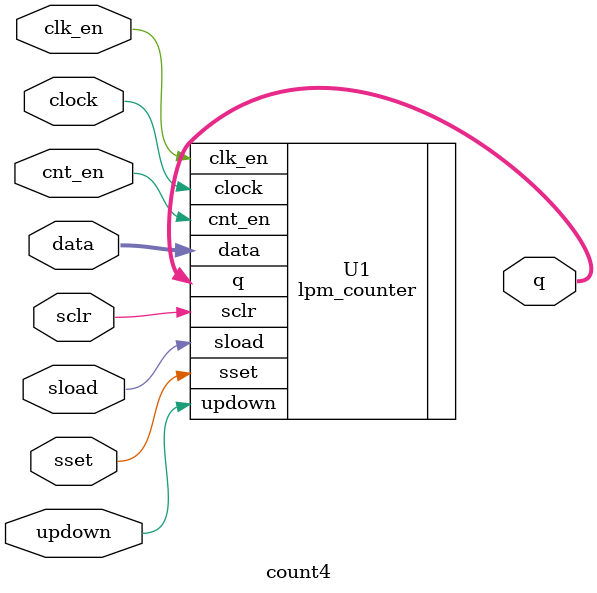
<source format=v>

`include "210model.v"

module count4 (q, 
        data, clock,
        clk_en, cnt_en, updown,
        sset, sclr, sload) ;

  parameter lpm_width    = 4 ;

  output [lpm_width-1:0] q ;
  input  [lpm_width-1:0] data ;
  input  clock, clk_en, cnt_en, updown ;
  input  sset, sclr, sload ;


  lpm_counter U1 (.q(q), 
        .data(data), .clock(clock),
        .clk_en(clk_en), .cnt_en(cnt_en), .updown(updown),
        .sset(sset), .sclr(sclr), .sload(sload)) ;

    defparam U1.lpm_width=4;

endmodule

</source>
